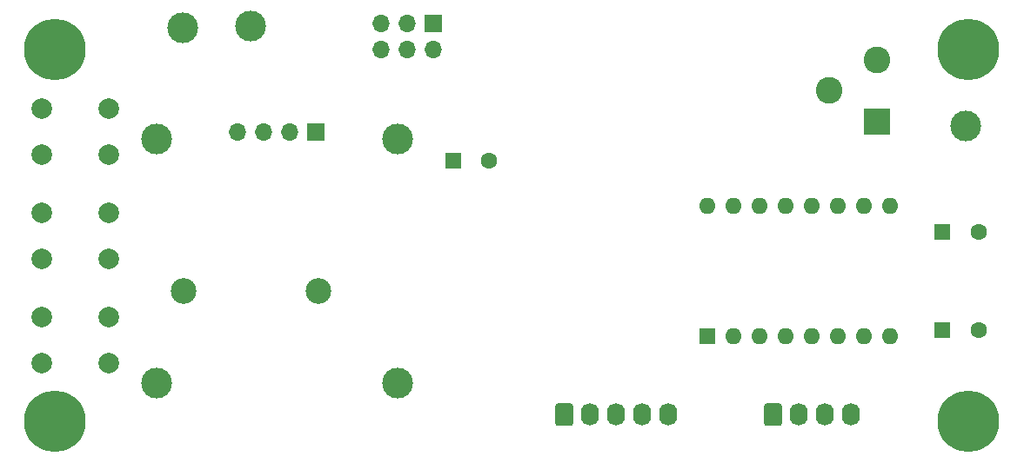
<source format=gbr>
G04 #@! TF.GenerationSoftware,KiCad,Pcbnew,(5.1.10)-1*
G04 #@! TF.CreationDate,2021-11-16T09:58:40-05:00*
G04 #@! TF.ProjectId,KittyCaddyV2,4b697474-7943-4616-9464-7956322e6b69,rev?*
G04 #@! TF.SameCoordinates,Original*
G04 #@! TF.FileFunction,Soldermask,Bot*
G04 #@! TF.FilePolarity,Negative*
%FSLAX46Y46*%
G04 Gerber Fmt 4.6, Leading zero omitted, Abs format (unit mm)*
G04 Created by KiCad (PCBNEW (5.1.10)-1) date 2021-11-16 09:58:40*
%MOMM*%
%LPD*%
G01*
G04 APERTURE LIST*
%ADD10C,3.000000*%
%ADD11C,2.500000*%
%ADD12C,1.600000*%
%ADD13R,1.600000X1.600000*%
%ADD14C,6.000000*%
%ADD15C,2.000000*%
%ADD16O,1.740000X2.190000*%
%ADD17O,1.700000X1.700000*%
%ADD18R,1.700000X1.700000*%
%ADD19C,2.600000*%
%ADD20R,2.600000X2.600000*%
%ADD21O,1.600000X1.600000*%
G04 APERTURE END LIST*
D10*
G04 #@! TO.C,TP3*
X96202500Y-67691000D03*
G04 #@! TD*
G04 #@! TO.C,TP2*
X102870000Y-67564000D03*
G04 #@! TD*
G04 #@! TO.C,TP1*
X172466000Y-77279500D03*
G04 #@! TD*
D11*
G04 #@! TO.C,BT1*
X96270000Y-93345000D03*
X109470000Y-93345000D03*
G04 #@! TD*
D12*
G04 #@! TO.C,C10*
X126055000Y-80645000D03*
D13*
X122555000Y-80645000D03*
G04 #@! TD*
D12*
G04 #@! TO.C,C3*
X173680000Y-87630000D03*
D13*
X170180000Y-87630000D03*
G04 #@! TD*
D12*
G04 #@! TO.C,C2*
X173680000Y-97155000D03*
D13*
X170180000Y-97155000D03*
G04 #@! TD*
D14*
G04 #@! TO.C,H4*
X172720000Y-106045000D03*
G04 #@! TD*
G04 #@! TO.C,H3*
X83820000Y-106045000D03*
G04 #@! TD*
G04 #@! TO.C,H2*
X172720000Y-69850000D03*
G04 #@! TD*
G04 #@! TO.C,H1*
X83820000Y-69850000D03*
G04 #@! TD*
D15*
G04 #@! TO.C,SW3*
X89000400Y-100395600D03*
X89000400Y-95895600D03*
X82500400Y-100395600D03*
X82500400Y-95895600D03*
G04 #@! TD*
G04 #@! TO.C,SW2*
X89000400Y-90235600D03*
X89000400Y-85735600D03*
X82500400Y-90235600D03*
X82500400Y-85735600D03*
G04 #@! TD*
G04 #@! TO.C,SW1*
X89000400Y-80075600D03*
X89000400Y-75575600D03*
X82500400Y-80075600D03*
X82500400Y-75575600D03*
G04 #@! TD*
D16*
G04 #@! TO.C,J3*
X161290000Y-105410000D03*
X158750000Y-105410000D03*
X156210000Y-105410000D03*
G36*
G01*
X152800000Y-106255001D02*
X152800000Y-104564999D01*
G75*
G02*
X153049999Y-104315000I249999J0D01*
G01*
X154290001Y-104315000D01*
G75*
G02*
X154540000Y-104564999I0J-249999D01*
G01*
X154540000Y-106255001D01*
G75*
G02*
X154290001Y-106505000I-249999J0D01*
G01*
X153049999Y-106505000D01*
G75*
G02*
X152800000Y-106255001I0J249999D01*
G01*
G37*
G04 #@! TD*
G04 #@! TO.C,J2*
X143510000Y-105410000D03*
X140970000Y-105410000D03*
X138430000Y-105410000D03*
X135890000Y-105410000D03*
G36*
G01*
X132480000Y-106255001D02*
X132480000Y-104564999D01*
G75*
G02*
X132729999Y-104315000I249999J0D01*
G01*
X133970001Y-104315000D01*
G75*
G02*
X134220000Y-104564999I0J-249999D01*
G01*
X134220000Y-106255001D01*
G75*
G02*
X133970001Y-106505000I-249999J0D01*
G01*
X132729999Y-106505000D01*
G75*
G02*
X132480000Y-106255001I0J249999D01*
G01*
G37*
G04 #@! TD*
D17*
G04 #@! TO.C,J4*
X115570000Y-69850000D03*
X115570000Y-67310000D03*
X118110000Y-69850000D03*
X118110000Y-67310000D03*
X120650000Y-69850000D03*
D18*
X120650000Y-67310000D03*
G04 #@! TD*
D19*
G04 #@! TO.C,J1*
X159130000Y-73835000D03*
X163830000Y-70835000D03*
D20*
X163830000Y-76835000D03*
G04 #@! TD*
D18*
G04 #@! TO.C,DS1*
X109220000Y-77867000D03*
D17*
X106680000Y-77867000D03*
X104140000Y-77867000D03*
X101600000Y-77867000D03*
D10*
X117160000Y-78524000D03*
X93660000Y-78524000D03*
X93660000Y-102324000D03*
X117160000Y-102324000D03*
G04 #@! TD*
D21*
G04 #@! TO.C,A1*
X147320000Y-85090000D03*
X165100000Y-97790000D03*
X149860000Y-85090000D03*
X162560000Y-97790000D03*
X152400000Y-85090000D03*
X160020000Y-97790000D03*
X154940000Y-85090000D03*
X157480000Y-97790000D03*
X157480000Y-85090000D03*
X154940000Y-97790000D03*
X160020000Y-85090000D03*
X152400000Y-97790000D03*
X162560000Y-85090000D03*
X149860000Y-97790000D03*
X165100000Y-85090000D03*
D13*
X147320000Y-97790000D03*
G04 #@! TD*
M02*

</source>
